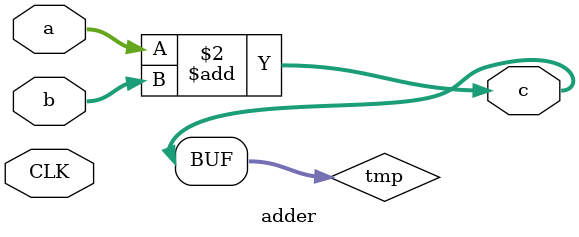
<source format=sv>
`timescale 1ns / 1ps

module adder #(
    parameter SIZE = 32
)(
    input logic CLK,
    input logic [SIZE-1:0] a,
    input logic [SIZE-1:0] b,
    output logic [SIZE-1:0] c
);
    logic [SIZE-1:0] tmp;
    always@( * )
    begin
        tmp <= a+b;
    end
    assign c = tmp;
endmodule
</source>
